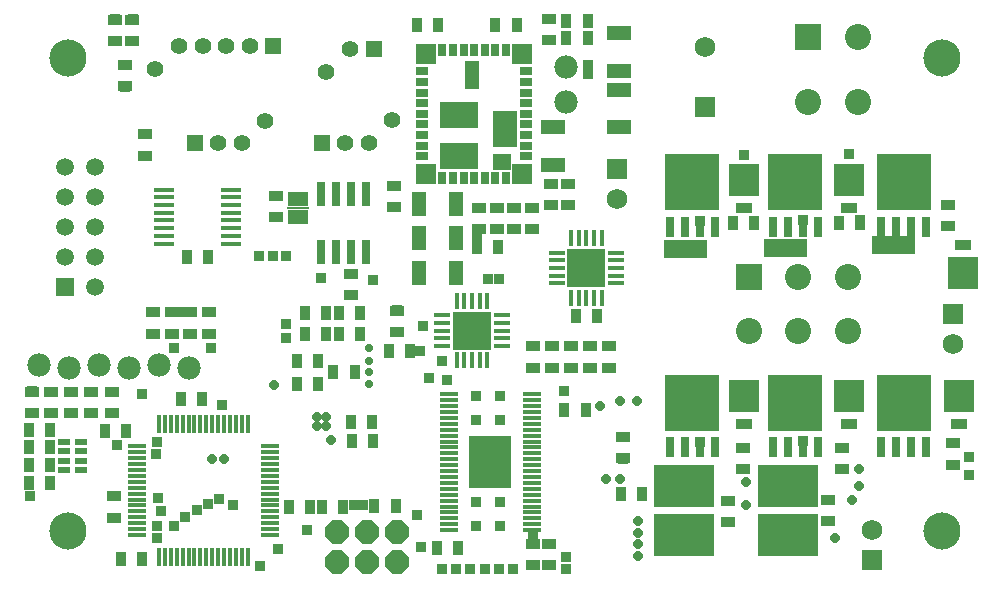
<source format=gts>
G75*
%MOIN*%
%OFA0B0*%
%FSLAX24Y24*%
%IPPOS*%
%LPD*%
%AMOC8*
5,1,8,0,0,1.08239X$1,22.5*
%
%ADD10R,0.0512X0.0355*%
%ADD11C,0.0780*%
%ADD12R,0.0355X0.0512*%
%ADD13R,0.0434X0.0237*%
%ADD14R,0.0260X0.0820*%
%ADD15R,0.0670X0.0500*%
%ADD16R,0.0720X0.0060*%
%ADD17C,0.1240*%
%ADD18C,0.0690*%
%ADD19R,0.0690X0.0690*%
%ADD20R,0.0700X0.0180*%
%ADD21C,0.0276*%
%ADD22R,0.0591X0.0158*%
%ADD23R,0.1410X0.1780*%
%ADD24C,0.0555*%
%ADD25R,0.0555X0.0555*%
%ADD26C,0.0552*%
%ADD27R,0.0867X0.0867*%
%ADD28C,0.0867*%
%ADD29R,0.0150X0.0620*%
%ADD30R,0.0620X0.0150*%
%ADD31OC8,0.0780*%
%ADD32R,0.0594X0.0594*%
%ADD33C,0.0594*%
%ADD34R,0.0670X0.0710*%
%ADD35R,0.0410X0.0280*%
%ADD36R,0.0280X0.0410*%
%ADD37R,0.0473X0.0926*%
%ADD38R,0.0843X0.1241*%
%ADD39R,0.1260X0.0906*%
%ADD40R,0.0591X0.0528*%
%ADD41R,0.0512X0.0827*%
%ADD42R,0.0827X0.0512*%
%ADD43R,0.0532X0.0180*%
%ADD44R,0.0180X0.0532*%
%ADD45R,0.1280X0.1280*%
%ADD46R,0.0276X0.0690*%
%ADD47R,0.1812X0.1851*%
%ADD48R,0.0437X0.0437*%
%ADD49R,0.2040X0.1420*%
%ADD50R,0.1040X0.1091*%
%ADD51R,0.0540X0.0340*%
%ADD52OC8,0.0317*%
%ADD53R,0.0317X0.0317*%
D10*
X003320Y005609D03*
X003320Y006317D03*
X003243Y009093D03*
X002550Y009093D03*
X001883Y009093D03*
X001224Y009093D03*
X000592Y009093D03*
X000592Y009802D03*
X001224Y009802D03*
X001883Y009802D03*
X002550Y009802D03*
X003243Y009802D03*
X004599Y011750D03*
X005229Y011750D03*
X005859Y011750D03*
X006489Y011750D03*
X006489Y012459D03*
X005859Y012459D03*
X005229Y012459D03*
X004599Y012459D03*
X008724Y015623D03*
X008724Y016331D03*
X011218Y013731D03*
X011218Y013022D03*
X012743Y012502D03*
X012743Y011794D03*
X017286Y011317D03*
X017916Y011317D03*
X018546Y011317D03*
X019176Y011317D03*
X019806Y011317D03*
X019806Y010609D03*
X019176Y010609D03*
X018546Y010609D03*
X017916Y010609D03*
X017286Y010609D03*
X020269Y008306D03*
X020269Y007597D03*
X023773Y006160D03*
X023773Y005451D03*
X024285Y007223D03*
X024285Y007932D03*
X027119Y006199D03*
X027119Y005491D03*
X027592Y007223D03*
X027592Y007932D03*
X031292Y008089D03*
X031292Y007380D03*
X031096Y015333D03*
X031096Y016042D03*
X018460Y016042D03*
X017869Y016042D03*
X017247Y015943D03*
X016657Y015943D03*
X016066Y015943D03*
X015475Y015943D03*
X015475Y015235D03*
X016066Y015235D03*
X016657Y015235D03*
X017247Y015235D03*
X017869Y016750D03*
X018460Y016750D03*
X012651Y016662D03*
X012651Y015953D03*
X017798Y021534D03*
X017798Y022243D03*
X004353Y018384D03*
X004353Y017676D03*
X003684Y019998D03*
X003684Y020707D03*
X003920Y021495D03*
X003349Y021495D03*
X003349Y022203D03*
X003920Y022203D03*
X017277Y004743D03*
X017828Y004743D03*
X017828Y004034D03*
X017277Y004034D03*
D11*
X005824Y010608D03*
X004824Y010708D03*
X003824Y010608D03*
X002824Y010708D03*
X001824Y010608D03*
X000824Y010708D03*
X018389Y019480D03*
X018389Y020620D03*
D12*
X018389Y021613D03*
X018389Y022164D03*
X019098Y022164D03*
X019098Y021613D03*
X016735Y022026D03*
X016027Y022026D03*
X014117Y022046D03*
X013409Y022046D03*
X023930Y015432D03*
X024639Y015432D03*
X027474Y015432D03*
X028182Y015432D03*
X019412Y012321D03*
X018704Y012321D03*
X016105Y014644D03*
X015397Y014644D03*
X011519Y012439D03*
X010810Y012439D03*
X010377Y012439D03*
X009668Y012439D03*
X009668Y011731D03*
X010377Y011731D03*
X010810Y011731D03*
X011519Y011731D03*
X012477Y011182D03*
X013186Y011182D03*
X011332Y010451D03*
X010623Y010451D03*
X010111Y010058D03*
X009403Y010058D03*
X009403Y010845D03*
X010111Y010845D03*
X011218Y008813D03*
X011229Y008176D03*
X011938Y008176D03*
X011926Y008813D03*
X011989Y005991D03*
X012698Y005991D03*
X010954Y005983D03*
X010245Y005983D03*
X009849Y005977D03*
X009141Y005977D03*
X006255Y009552D03*
X005546Y009552D03*
X003725Y008502D03*
X003017Y008502D03*
X001194Y008542D03*
X000485Y008542D03*
X000485Y007951D03*
X000485Y007361D03*
X001194Y007361D03*
X001194Y007951D03*
X001194Y006770D03*
X000485Y006770D03*
X003548Y004237D03*
X004257Y004237D03*
X014072Y004605D03*
X014781Y004605D03*
X020198Y006396D03*
X020907Y006396D03*
X019029Y009191D03*
X018320Y009191D03*
X006458Y014306D03*
X005749Y014306D03*
D13*
X002198Y008138D03*
X002198Y007823D03*
X002198Y007508D03*
X002198Y007193D03*
X001647Y007193D03*
X001647Y007508D03*
X001647Y007823D03*
X001647Y008138D03*
D14*
X010216Y014475D03*
X010716Y014475D03*
X011216Y014475D03*
X011716Y014475D03*
X011716Y016415D03*
X011216Y016415D03*
X010716Y016415D03*
X010216Y016415D03*
D15*
X009436Y016249D03*
X009436Y015649D03*
D16*
X009436Y015949D03*
D17*
X001765Y020924D03*
X001765Y005176D03*
X030899Y005176D03*
X030899Y020924D03*
D18*
X023026Y021300D03*
X020092Y016221D03*
X031292Y011408D03*
X028576Y005203D03*
D19*
X028576Y004203D03*
X031292Y012408D03*
X023026Y019300D03*
X020092Y017221D03*
D20*
X007204Y016548D03*
X007204Y016288D03*
X007204Y016028D03*
X007204Y015778D03*
X007204Y015518D03*
X007204Y015268D03*
X007204Y015008D03*
X007204Y014748D03*
X004984Y014748D03*
X004984Y015008D03*
X004984Y015268D03*
X004984Y015518D03*
X004984Y015778D03*
X004984Y016028D03*
X004984Y016288D03*
X004984Y016548D03*
D21*
X011816Y011266D03*
X011812Y010833D03*
X011812Y010451D03*
X011804Y010077D03*
D22*
X014462Y009723D03*
X014462Y009526D03*
X014462Y009329D03*
X014462Y009132D03*
X014462Y008936D03*
X014462Y008739D03*
X014462Y008542D03*
X014462Y008345D03*
X014462Y008148D03*
X014462Y007951D03*
X014462Y007754D03*
X014462Y007558D03*
X014462Y007361D03*
X014462Y007164D03*
X014462Y006967D03*
X014462Y006770D03*
X014462Y006573D03*
X014462Y006376D03*
X014462Y006180D03*
X014462Y005983D03*
X014462Y005786D03*
X014462Y005589D03*
X014462Y005392D03*
X014462Y005195D03*
X017257Y005195D03*
X017257Y005392D03*
X017257Y005589D03*
X017257Y005786D03*
X017257Y005983D03*
X017257Y006180D03*
X017257Y006376D03*
X017257Y006573D03*
X017257Y006770D03*
X017257Y006967D03*
X017257Y007164D03*
X017257Y007361D03*
X017257Y007558D03*
X017257Y007754D03*
X017257Y007951D03*
X017257Y008148D03*
X017257Y008345D03*
X017257Y008542D03*
X017257Y008739D03*
X017257Y008936D03*
X017257Y009132D03*
X017257Y009329D03*
X017257Y009526D03*
X017257Y009723D03*
D23*
X015859Y007459D03*
D24*
X011804Y018109D03*
X011017Y018109D03*
X007572Y018089D03*
X006785Y018089D03*
X011174Y021219D03*
X007838Y021317D03*
X007050Y021317D03*
X006263Y021317D03*
X005475Y021317D03*
D25*
X008625Y021317D03*
X011962Y021219D03*
X010229Y018109D03*
X005997Y018089D03*
D26*
X008359Y018837D03*
X010387Y020471D03*
X012592Y018857D03*
X004688Y020569D03*
D27*
X024462Y013621D03*
X026460Y021632D03*
D28*
X028113Y021632D03*
X028113Y019467D03*
X026460Y019467D03*
X026115Y013621D03*
X027769Y013621D03*
X027769Y011849D03*
X026115Y011849D03*
X024462Y011849D03*
D29*
X007772Y008724D03*
X007572Y008724D03*
X007372Y008724D03*
X007182Y008724D03*
X006982Y008724D03*
X006782Y008724D03*
X006592Y008724D03*
X006392Y008724D03*
X006192Y008724D03*
X005992Y008724D03*
X005802Y008724D03*
X005602Y008724D03*
X005402Y008724D03*
X005212Y008724D03*
X005012Y008724D03*
X004812Y008724D03*
X004812Y004304D03*
X005012Y004304D03*
X005212Y004304D03*
X005402Y004304D03*
X005602Y004304D03*
X005802Y004304D03*
X005992Y004304D03*
X006192Y004304D03*
X006392Y004304D03*
X006592Y004304D03*
X006782Y004304D03*
X006982Y004304D03*
X007182Y004304D03*
X007372Y004304D03*
X007572Y004304D03*
X007772Y004304D03*
D30*
X008502Y005034D03*
X008502Y005234D03*
X008502Y005434D03*
X008502Y005624D03*
X008502Y005824D03*
X008502Y006024D03*
X008502Y006214D03*
X008502Y006414D03*
X008502Y006614D03*
X008502Y006814D03*
X008502Y007004D03*
X008502Y007204D03*
X008502Y007404D03*
X008502Y007594D03*
X008502Y007794D03*
X008502Y007994D03*
X004082Y007994D03*
X004082Y007794D03*
X004082Y007594D03*
X004082Y007404D03*
X004082Y007204D03*
X004082Y007004D03*
X004082Y006814D03*
X004082Y006614D03*
X004082Y006414D03*
X004082Y006214D03*
X004082Y006024D03*
X004082Y005824D03*
X004082Y005624D03*
X004082Y005434D03*
X004082Y005234D03*
X004082Y005034D03*
D31*
X010755Y005124D03*
X011755Y005124D03*
X012755Y005124D03*
X012755Y004124D03*
X011755Y004124D03*
X010755Y004124D03*
D32*
X001678Y013304D03*
D33*
X002678Y013304D03*
X002678Y014304D03*
X001678Y014304D03*
X001678Y015304D03*
X002678Y015304D03*
X002678Y016304D03*
X001678Y016304D03*
X001678Y017304D03*
X002678Y017304D03*
D34*
X013704Y017081D03*
X016924Y017081D03*
X016924Y021061D03*
X013704Y021061D03*
D35*
X013574Y020491D03*
X013574Y020131D03*
X013574Y019781D03*
X013574Y019421D03*
X013574Y019071D03*
X013574Y018721D03*
X013574Y018361D03*
X013574Y018011D03*
X013574Y017651D03*
X017054Y017651D03*
X017054Y018011D03*
X017054Y018361D03*
X017054Y018721D03*
X017054Y019071D03*
X017054Y019421D03*
X017054Y019781D03*
X017054Y020131D03*
X017054Y020491D03*
D36*
X016374Y021211D03*
X016024Y021211D03*
X015664Y021211D03*
X015314Y021211D03*
X014964Y021211D03*
X014604Y021211D03*
X014254Y021211D03*
X014254Y016931D03*
X014604Y016931D03*
X014964Y016931D03*
X015314Y016931D03*
X015664Y016931D03*
X016024Y016931D03*
X016374Y016931D03*
D37*
X015231Y020373D03*
D38*
X016361Y018554D03*
D39*
X014806Y019030D03*
X014806Y017660D03*
D40*
X016235Y017475D03*
D41*
X014727Y016061D03*
X013468Y016061D03*
X013468Y014920D03*
X014727Y014920D03*
X014727Y013778D03*
X013468Y013778D03*
D42*
X017936Y017380D03*
X017936Y018640D03*
X020161Y018621D03*
X020161Y019880D03*
X020161Y020510D03*
X020161Y021770D03*
D43*
X020049Y014446D03*
X020049Y014196D03*
X020049Y013936D03*
X020049Y013676D03*
X020049Y013426D03*
X018067Y013426D03*
X018067Y013676D03*
X018067Y013936D03*
X018067Y014196D03*
X018067Y014446D03*
X016230Y012359D03*
X016230Y012109D03*
X016230Y011849D03*
X016230Y011589D03*
X016230Y011339D03*
X014248Y011339D03*
X014248Y011589D03*
X014248Y011849D03*
X014248Y012109D03*
X014248Y012359D03*
D44*
X014729Y012840D03*
X014979Y012840D03*
X015239Y012840D03*
X015499Y012840D03*
X015749Y012840D03*
X015749Y010858D03*
X015499Y010858D03*
X015239Y010858D03*
X014979Y010858D03*
X014729Y010858D03*
X018548Y012944D03*
X018798Y012944D03*
X019058Y012944D03*
X019318Y012944D03*
X019568Y012944D03*
X019568Y014927D03*
X019318Y014927D03*
X019058Y014927D03*
X018798Y014927D03*
X018548Y014927D03*
D45*
X019058Y013936D03*
X015239Y011849D03*
D46*
X021842Y015313D03*
X022342Y015313D03*
X022842Y015313D03*
X023342Y015313D03*
X025267Y015313D03*
X025767Y015313D03*
X026267Y015313D03*
X026767Y015313D03*
X028889Y015313D03*
X029389Y015313D03*
X029889Y015313D03*
X030389Y015313D03*
X030389Y007951D03*
X029889Y007951D03*
X029389Y007951D03*
X028889Y007951D03*
X026767Y007951D03*
X026267Y007951D03*
X025767Y007951D03*
X025267Y007951D03*
X023342Y007951D03*
X022842Y007951D03*
X022342Y007951D03*
X021842Y007951D03*
D47*
X022592Y009447D03*
X026017Y009447D03*
X029639Y009447D03*
X029639Y016810D03*
X026017Y016810D03*
X022592Y016810D03*
D48*
X022592Y016857D03*
X023092Y016857D03*
X023092Y017357D03*
X022592Y017357D03*
X022092Y017357D03*
X022092Y016857D03*
X022092Y016357D03*
X022592Y016357D03*
X023092Y016357D03*
X025517Y016357D03*
X026017Y016357D03*
X026017Y016857D03*
X025517Y016857D03*
X025517Y017357D03*
X026017Y017357D03*
X026517Y017357D03*
X026517Y016857D03*
X026517Y016357D03*
X029139Y016357D03*
X029639Y016357D03*
X029639Y016857D03*
X029139Y016857D03*
X029139Y017357D03*
X029639Y017357D03*
X030139Y017357D03*
X030139Y016857D03*
X030139Y016357D03*
X030139Y009995D03*
X029639Y009995D03*
X029139Y009995D03*
X029139Y009495D03*
X029639Y009495D03*
X030139Y009495D03*
X030139Y008995D03*
X029639Y008995D03*
X029139Y008995D03*
X026517Y008995D03*
X026517Y009495D03*
X026517Y009995D03*
X026017Y009995D03*
X025517Y009995D03*
X025517Y009495D03*
X026017Y009495D03*
X026017Y008995D03*
X025517Y008995D03*
X023092Y008995D03*
X022592Y008995D03*
X022592Y009495D03*
X023092Y009495D03*
X023092Y009995D03*
X022592Y009995D03*
X022092Y009995D03*
X022092Y009495D03*
X022092Y008995D03*
D49*
X022316Y006674D03*
X022316Y005044D03*
X025781Y005044D03*
X025781Y006674D03*
D50*
X024304Y009664D03*
X027808Y009664D03*
X031479Y009664D03*
X031617Y013768D03*
X027828Y016869D03*
X024304Y016869D03*
D51*
X024304Y015943D03*
X027828Y015943D03*
X031617Y014694D03*
X031479Y008738D03*
X027808Y008738D03*
X024304Y008738D03*
D52*
X024363Y006790D03*
X024363Y006042D03*
X027340Y004947D03*
X027907Y006199D03*
X028143Y006672D03*
X028143Y007223D03*
X020781Y005491D03*
X020781Y005097D03*
X020781Y004723D03*
X020781Y004329D03*
X020190Y006908D03*
X019718Y006908D03*
X019521Y009349D03*
X020170Y009487D03*
X020731Y009497D03*
X010544Y008207D03*
X010377Y008670D03*
X010082Y008670D03*
X010082Y008975D03*
X010377Y008975D03*
X008635Y010018D03*
X006981Y007567D03*
X006588Y007567D03*
D53*
X003536Y004231D03*
X004257Y004223D03*
X004733Y004920D03*
X004733Y005345D03*
X004875Y005845D03*
X004777Y006278D03*
X005694Y005617D03*
X006076Y005861D03*
X006450Y006081D03*
X006804Y006239D03*
X007277Y006042D03*
X005300Y005329D03*
X003312Y005601D03*
X003320Y006317D03*
X004725Y007743D03*
X004729Y008124D03*
X003399Y008030D03*
X004245Y009723D03*
X005328Y011278D03*
X006529Y011278D03*
X006509Y012459D03*
X005544Y012459D03*
X004599Y012459D03*
X006458Y014306D03*
X008143Y014349D03*
X008615Y014349D03*
X009048Y014349D03*
X010214Y013593D03*
X011210Y013735D03*
X011954Y013542D03*
X013468Y013581D03*
X013468Y013936D03*
X012749Y012518D03*
X013603Y012014D03*
X013517Y011160D03*
X013202Y011160D03*
X014235Y010849D03*
X014403Y010195D03*
X013812Y010254D03*
X015387Y009664D03*
X016174Y009664D03*
X016174Y008876D03*
X015387Y008876D03*
X015544Y008089D03*
X015859Y008089D03*
X016174Y008089D03*
X016174Y007774D03*
X015859Y007774D03*
X015544Y007774D03*
X015544Y007459D03*
X015544Y007144D03*
X015859Y007144D03*
X015859Y007459D03*
X016174Y007459D03*
X016174Y007144D03*
X016174Y006829D03*
X015859Y006829D03*
X015544Y006829D03*
X015387Y006121D03*
X016174Y006121D03*
X016174Y005333D03*
X015387Y005333D03*
X015190Y003916D03*
X014718Y003916D03*
X014245Y003916D03*
X013536Y004644D03*
X013418Y005707D03*
X011617Y006032D03*
X011302Y006032D03*
X010249Y005983D03*
X009846Y005983D03*
X009757Y005215D03*
X008773Y004565D03*
X008182Y003995D03*
X006922Y009369D03*
X009029Y011613D03*
X009029Y012065D03*
X009666Y011735D03*
X009670Y012447D03*
X011509Y012439D03*
X011509Y011731D03*
X015239Y011849D03*
X015790Y013581D03*
X016145Y013581D03*
X015397Y014565D03*
X015397Y014900D03*
X017867Y016750D03*
X016224Y017479D03*
X015161Y017439D03*
X015161Y017833D03*
X014767Y017833D03*
X014767Y017439D03*
X014373Y017439D03*
X014373Y017833D03*
X015239Y020353D03*
X019117Y020412D03*
X019117Y020707D03*
X019107Y021613D03*
X020151Y021770D03*
X024324Y017715D03*
X024304Y016869D03*
X024639Y015510D03*
X025131Y014743D03*
X025407Y014743D03*
X025682Y014743D03*
X025958Y014743D03*
X026233Y014743D03*
X026233Y014467D03*
X025958Y014467D03*
X025682Y014467D03*
X025407Y014467D03*
X025131Y014467D03*
X026273Y015530D03*
X028162Y015530D03*
X028753Y014841D03*
X028753Y014565D03*
X029029Y014565D03*
X029304Y014565D03*
X029580Y014565D03*
X029855Y014565D03*
X029855Y014841D03*
X029580Y014841D03*
X029304Y014841D03*
X029029Y014841D03*
X027828Y016869D03*
X027828Y017735D03*
X022848Y015510D03*
X022907Y014703D03*
X022907Y014428D03*
X022631Y014428D03*
X022631Y014703D03*
X022355Y014703D03*
X022080Y014703D03*
X022080Y014428D03*
X022355Y014428D03*
X021804Y014428D03*
X021804Y014703D03*
X019058Y013936D03*
X018320Y009841D03*
X020269Y007577D03*
X022848Y008128D03*
X024304Y009664D03*
X026273Y008168D03*
X027808Y009664D03*
X031804Y007617D03*
X031814Y007036D03*
X026292Y005530D03*
X026017Y005530D03*
X025741Y005530D03*
X025466Y005530D03*
X025190Y005530D03*
X025190Y005254D03*
X025190Y004979D03*
X025466Y004979D03*
X025741Y004979D03*
X025741Y005254D03*
X025466Y005254D03*
X026017Y005254D03*
X026017Y004979D03*
X026292Y004979D03*
X026292Y005254D03*
X026292Y004703D03*
X026017Y004703D03*
X025741Y004703D03*
X025466Y004703D03*
X025190Y004703D03*
X022867Y004664D03*
X022592Y004664D03*
X022592Y004939D03*
X022867Y004939D03*
X022867Y005215D03*
X022592Y005215D03*
X022592Y005491D03*
X022867Y005491D03*
X022316Y005491D03*
X022040Y005491D03*
X021765Y005491D03*
X021765Y005215D03*
X022040Y005215D03*
X022040Y004939D03*
X022040Y004664D03*
X021765Y004664D03*
X021765Y004939D03*
X022316Y004939D03*
X022316Y004664D03*
X022316Y005215D03*
X018379Y004310D03*
X018379Y003916D03*
X017749Y004743D03*
X017277Y004743D03*
X017277Y005058D03*
X016607Y003916D03*
X016135Y003916D03*
X015662Y003916D03*
X000505Y006317D03*
X000584Y009821D03*
X003694Y019979D03*
X003930Y022223D03*
X003340Y022223D03*
M02*

</source>
